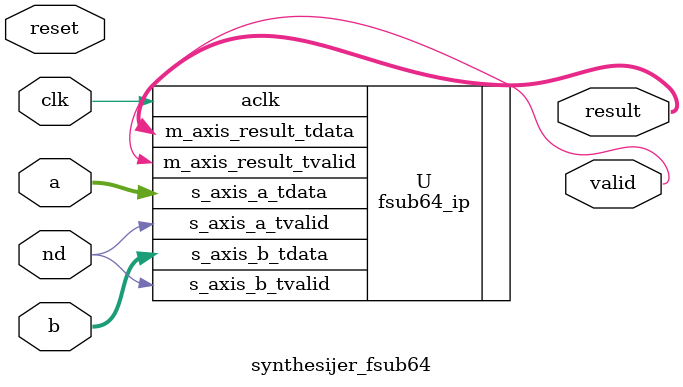
<source format=v>
`default_nettype none

module synthesijer_fsub64
  (
   input wire 	      clk,
   input wire 	      reset,
   input wire [63:0]  a,
   input wire [63:0]  b,
   input wire 	      nd,
   output wire [63:0] result,
   output wire 	      valid
   );

   fsub64_ip U(.aclk(clk),
	       .s_axis_a_tdata(a),
	       .s_axis_a_tvalid(nd),
	       .s_axis_b_tdata(b),
	       .s_axis_b_tvalid(nd),
	       .m_axis_result_tvalid(valid),
	       .m_axis_result_tdata(result)
	       );
   
endmodule // synthesijer_fsub64

`default_nettype wire

</source>
